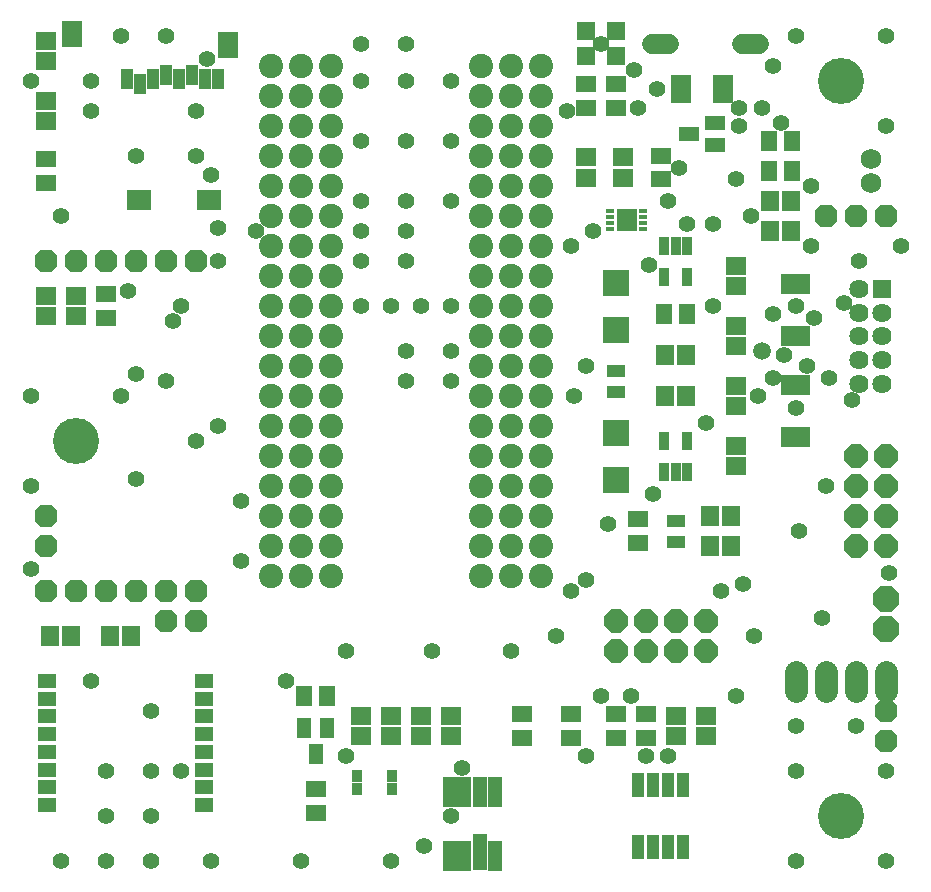
<source format=gts>
G75*
%MOIN*%
%OFA0B0*%
%FSLAX25Y25*%
%IPPOS*%
%LPD*%
%AMOC8*
5,1,8,0,0,1.08239X$1,22.5*
%
%ADD10R,0.06318X0.07106*%
%ADD11R,0.03365X0.05924*%
%ADD12R,0.05924X0.04350*%
%ADD13R,0.05924X0.05924*%
%ADD14R,0.06712X0.05137*%
%ADD15R,0.05531X0.06712*%
%ADD16R,0.06712X0.05531*%
%ADD17C,0.06800*%
%ADD18OC8,0.07600*%
%ADD19R,0.02300X0.06800*%
%ADD20R,0.07106X0.06318*%
%ADD21R,0.06400X0.06400*%
%ADD22C,0.06400*%
%ADD23R,0.04350X0.08300*%
%ADD24C,0.06800*%
%ADD25R,0.05137X0.06712*%
%ADD26OC8,0.07800*%
%ADD27C,0.15373*%
%ADD28OC8,0.08800*%
%ADD29R,0.05924X0.04743*%
%ADD30C,0.08100*%
%ADD31R,0.04743X0.10058*%
%ADD32R,0.04743X0.12224*%
%ADD33R,0.07106X0.09468*%
%ADD34R,0.09074X0.09074*%
%ADD35C,0.07600*%
%ADD36R,0.03562X0.04350*%
%ADD37R,0.06712X0.08680*%
%ADD38R,0.08287X0.06712*%
%ADD39R,0.03956X0.07106*%
%ADD40R,0.03150X0.01181*%
%ADD41R,0.06811X0.07402*%
%ADD42C,0.05956*%
%ADD43C,0.05562*%
D10*
X0034987Y0140000D03*
X0041680Y0140000D03*
X0054987Y0140000D03*
X0061680Y0140000D03*
X0239987Y0220000D03*
X0246680Y0220000D03*
X0246680Y0233750D03*
X0239987Y0233750D03*
X0274987Y0275000D03*
X0281680Y0275000D03*
X0281680Y0285000D03*
X0274987Y0285000D03*
X0261680Y0180000D03*
X0254987Y0180000D03*
X0254987Y0170000D03*
X0261680Y0170000D03*
D11*
X0247073Y0194881D03*
X0243333Y0194881D03*
X0239593Y0194881D03*
X0239593Y0205119D03*
X0247073Y0205119D03*
X0247073Y0259881D03*
X0239593Y0259881D03*
X0239593Y0270119D03*
X0243333Y0270119D03*
X0247073Y0270119D03*
D12*
X0223333Y0228543D03*
X0223333Y0221457D03*
X0243333Y0178543D03*
X0243333Y0171457D03*
D13*
X0223333Y0333366D03*
X0223333Y0341634D03*
X0213333Y0341634D03*
X0213333Y0333366D03*
D14*
X0247753Y0307500D03*
X0256414Y0311240D03*
X0256414Y0303760D03*
D15*
X0274396Y0305000D03*
X0282270Y0305000D03*
X0282270Y0295000D03*
X0274396Y0295000D03*
X0247270Y0247500D03*
X0239396Y0247500D03*
X0127270Y0120000D03*
X0119396Y0120000D03*
D16*
X0123333Y0088937D03*
X0123333Y0081063D03*
X0192083Y0106063D03*
X0192083Y0113937D03*
X0208333Y0113937D03*
X0208333Y0106063D03*
X0223333Y0106063D03*
X0223333Y0113937D03*
X0233333Y0113937D03*
X0233333Y0106063D03*
X0230833Y0171063D03*
X0230833Y0178937D03*
X0238333Y0292313D03*
X0238333Y0300187D03*
X0223333Y0316063D03*
X0223333Y0323937D03*
X0213333Y0323937D03*
X0213333Y0316063D03*
X0053333Y0253937D03*
X0053333Y0246063D03*
X0033333Y0291063D03*
X0033333Y0298937D03*
D17*
X0235533Y0337500D02*
X0241133Y0337500D01*
X0265533Y0337500D02*
X0271133Y0337500D01*
D18*
X0293333Y0280000D03*
X0303333Y0280000D03*
X0313333Y0280000D03*
X0313333Y0115000D03*
X0313333Y0105000D03*
X0083333Y0145000D03*
X0073333Y0145000D03*
X0073333Y0155000D03*
X0083333Y0155000D03*
X0063333Y0155000D03*
X0053333Y0155000D03*
X0043333Y0155000D03*
X0033333Y0155000D03*
X0033333Y0170000D03*
X0033333Y0180000D03*
X0033333Y0265000D03*
X0043333Y0265000D03*
X0053333Y0265000D03*
X0063333Y0265000D03*
X0073333Y0265000D03*
X0083333Y0265000D03*
D19*
X0279433Y0257350D03*
X0281333Y0257350D03*
X0283333Y0257350D03*
X0285333Y0257350D03*
X0287233Y0257350D03*
X0287233Y0240150D03*
X0285333Y0240150D03*
X0283333Y0240150D03*
X0281333Y0240150D03*
X0279433Y0240150D03*
X0279433Y0223600D03*
X0281333Y0223600D03*
X0283333Y0223600D03*
X0285333Y0223600D03*
X0287233Y0223600D03*
X0287233Y0206400D03*
X0285333Y0206400D03*
X0283333Y0206400D03*
X0281333Y0206400D03*
X0279433Y0206400D03*
D20*
X0263333Y0203346D03*
X0263333Y0196654D03*
X0263333Y0216654D03*
X0263333Y0223346D03*
X0263333Y0236654D03*
X0263333Y0243346D03*
X0263333Y0256654D03*
X0263333Y0263346D03*
X0225833Y0292904D03*
X0225833Y0299596D03*
X0213333Y0299596D03*
X0213333Y0292904D03*
X0043333Y0253346D03*
X0043333Y0246654D03*
X0033333Y0246654D03*
X0033333Y0253346D03*
X0033333Y0311654D03*
X0033333Y0318346D03*
X0033333Y0331654D03*
X0033333Y0338346D03*
X0138333Y0113346D03*
X0138333Y0106654D03*
X0148333Y0106654D03*
X0148333Y0113346D03*
X0158333Y0113346D03*
X0158333Y0106654D03*
X0168333Y0106654D03*
X0168333Y0113346D03*
X0243333Y0113346D03*
X0243333Y0106654D03*
X0253333Y0106654D03*
X0253333Y0113346D03*
D21*
X0312270Y0255748D03*
D22*
X0304396Y0255748D03*
X0304396Y0247874D03*
X0304396Y0240000D03*
X0304396Y0232126D03*
X0304396Y0224252D03*
X0312270Y0224252D03*
X0312270Y0232126D03*
X0312270Y0240000D03*
X0312270Y0247874D03*
D23*
X0245833Y0090400D03*
X0240833Y0090400D03*
X0235833Y0090400D03*
X0230833Y0090400D03*
X0230833Y0069600D03*
X0235833Y0069600D03*
X0240833Y0069600D03*
X0245833Y0069600D03*
D24*
X0308333Y0291063D03*
X0308333Y0298937D03*
D25*
X0127073Y0109331D03*
X0119593Y0109331D03*
X0123333Y0100669D03*
D26*
X0223333Y0135000D03*
X0223333Y0145000D03*
X0233333Y0145000D03*
X0243333Y0145000D03*
X0253333Y0145000D03*
X0253333Y0135000D03*
X0243333Y0135000D03*
X0233333Y0135000D03*
X0303333Y0170000D03*
X0313333Y0170000D03*
X0313333Y0180000D03*
X0303333Y0180000D03*
X0303333Y0190000D03*
X0313333Y0190000D03*
X0313333Y0200000D03*
X0303333Y0200000D03*
D27*
X0298333Y0080000D03*
X0043333Y0205000D03*
X0298333Y0325000D03*
D28*
X0313333Y0152500D03*
X0313333Y0142500D03*
D29*
X0086199Y0125079D03*
X0086199Y0119173D03*
X0086199Y0113268D03*
X0086199Y0107362D03*
X0086199Y0101457D03*
X0086199Y0095551D03*
X0086199Y0089646D03*
X0086199Y0083740D03*
X0033774Y0083740D03*
X0033774Y0089646D03*
X0033774Y0095551D03*
X0033774Y0101457D03*
X0033774Y0107362D03*
X0033774Y0113268D03*
X0033774Y0119173D03*
X0033774Y0125079D03*
D30*
X0108333Y0160000D03*
X0118333Y0160000D03*
X0128333Y0160000D03*
X0128333Y0170000D03*
X0118333Y0170000D03*
X0108333Y0170000D03*
X0108333Y0180000D03*
X0108333Y0190000D03*
X0118333Y0190000D03*
X0118333Y0180000D03*
X0128333Y0180000D03*
X0128333Y0190000D03*
X0128333Y0200000D03*
X0118333Y0200000D03*
X0108333Y0200000D03*
X0108333Y0210000D03*
X0118333Y0210000D03*
X0128333Y0210000D03*
X0128333Y0220000D03*
X0118333Y0220000D03*
X0108333Y0220000D03*
X0108333Y0230000D03*
X0118333Y0230000D03*
X0128333Y0230000D03*
X0128333Y0240000D03*
X0118333Y0240000D03*
X0108333Y0240000D03*
X0108333Y0250000D03*
X0118333Y0250000D03*
X0128333Y0250000D03*
X0128333Y0260000D03*
X0118333Y0260000D03*
X0108333Y0260000D03*
X0108333Y0270000D03*
X0118333Y0270000D03*
X0128333Y0270000D03*
X0128333Y0280000D03*
X0118333Y0280000D03*
X0108333Y0280000D03*
X0108333Y0290000D03*
X0108333Y0300000D03*
X0118333Y0300000D03*
X0118333Y0290000D03*
X0128333Y0290000D03*
X0128333Y0300000D03*
X0128333Y0310000D03*
X0118333Y0310000D03*
X0108333Y0310000D03*
X0108333Y0320000D03*
X0118333Y0320000D03*
X0128333Y0320000D03*
X0128333Y0330000D03*
X0118333Y0330000D03*
X0108333Y0330000D03*
X0178333Y0330000D03*
X0188333Y0330000D03*
X0188333Y0320000D03*
X0178333Y0320000D03*
X0178333Y0310000D03*
X0188333Y0310000D03*
X0188333Y0300000D03*
X0178333Y0300000D03*
X0178333Y0290000D03*
X0188333Y0290000D03*
X0188333Y0280000D03*
X0178333Y0280000D03*
X0178333Y0270000D03*
X0178333Y0260000D03*
X0188333Y0260000D03*
X0188333Y0270000D03*
X0198333Y0270000D03*
X0198333Y0260000D03*
X0198333Y0250000D03*
X0188333Y0250000D03*
X0178333Y0250000D03*
X0178333Y0240000D03*
X0188333Y0240000D03*
X0188333Y0230000D03*
X0178333Y0230000D03*
X0178333Y0220000D03*
X0188333Y0220000D03*
X0188333Y0210000D03*
X0178333Y0210000D03*
X0178333Y0200000D03*
X0188333Y0200000D03*
X0188333Y0190000D03*
X0178333Y0190000D03*
X0178333Y0180000D03*
X0188333Y0180000D03*
X0188333Y0170000D03*
X0178333Y0170000D03*
X0178333Y0160000D03*
X0188333Y0160000D03*
X0198333Y0160000D03*
X0198333Y0170000D03*
X0198333Y0180000D03*
X0198333Y0190000D03*
X0198333Y0200000D03*
X0198333Y0210000D03*
X0198333Y0220000D03*
X0198333Y0230000D03*
X0198333Y0240000D03*
X0198333Y0280000D03*
X0198333Y0290000D03*
X0198333Y0300000D03*
X0198333Y0310000D03*
X0198333Y0320000D03*
X0198333Y0330000D03*
D31*
X0183018Y0087933D03*
X0178097Y0087933D03*
X0172979Y0087933D03*
X0168058Y0087933D03*
X0168058Y0066870D03*
X0172979Y0066870D03*
X0183018Y0066870D03*
D32*
X0178097Y0067953D03*
D33*
X0244997Y0322500D03*
X0259170Y0322500D03*
D34*
X0223333Y0257874D03*
X0223333Y0242126D03*
X0223333Y0207874D03*
X0223333Y0192126D03*
D35*
X0283333Y0128200D02*
X0283333Y0121800D01*
X0293333Y0121800D02*
X0293333Y0128200D01*
X0303333Y0128200D02*
X0303333Y0121800D01*
X0313333Y0121800D02*
X0313333Y0128200D01*
D36*
X0148825Y0093406D03*
X0148825Y0089075D03*
X0137014Y0089075D03*
X0137014Y0093406D03*
D37*
X0094259Y0337057D03*
X0042290Y0340600D03*
D38*
X0064337Y0285482D03*
X0087959Y0285482D03*
D39*
X0086385Y0325640D03*
X0090715Y0325640D03*
X0082054Y0327215D03*
X0077723Y0325640D03*
X0073392Y0327215D03*
X0069062Y0325640D03*
X0064731Y0324065D03*
X0060400Y0325640D03*
D40*
X0221572Y0281703D03*
X0221572Y0281703D03*
X0221572Y0279734D03*
X0221572Y0277766D03*
X0221572Y0275797D03*
X0232595Y0275797D03*
X0232595Y0277766D03*
X0232595Y0279734D03*
X0232595Y0281703D03*
D41*
X0227083Y0278750D03*
D42*
X0272083Y0235000D03*
D43*
X0038333Y0065000D03*
X0053333Y0065000D03*
X0068333Y0065000D03*
X0068333Y0080000D03*
X0053333Y0080000D03*
X0053333Y0095000D03*
X0068333Y0095000D03*
X0078333Y0095000D03*
X0068333Y0115000D03*
X0048333Y0125000D03*
X0028333Y0162500D03*
X0028333Y0190000D03*
X0063333Y0192500D03*
X0083333Y0205000D03*
X0090833Y0210000D03*
X0073333Y0225000D03*
X0063333Y0227500D03*
X0058333Y0220000D03*
X0075833Y0245000D03*
X0078333Y0250000D03*
X0060833Y0255000D03*
X0090833Y0265000D03*
X0090833Y0276250D03*
X0103333Y0275000D03*
X0088333Y0293750D03*
X0083333Y0300000D03*
X0083333Y0315000D03*
X0087083Y0332500D03*
X0073333Y0340000D03*
X0058333Y0340000D03*
X0048333Y0325000D03*
X0048333Y0315000D03*
X0063333Y0300000D03*
X0038333Y0280000D03*
X0028333Y0325000D03*
X0138333Y0325000D03*
X0153333Y0325000D03*
X0153333Y0337500D03*
X0138333Y0337500D03*
X0168333Y0325000D03*
X0168333Y0305000D03*
X0153333Y0305000D03*
X0138333Y0305000D03*
X0138333Y0285000D03*
X0138333Y0275000D03*
X0138333Y0265000D03*
X0153333Y0265000D03*
X0153333Y0275000D03*
X0153333Y0285000D03*
X0168333Y0285000D03*
X0168333Y0250000D03*
X0158333Y0250000D03*
X0148333Y0250000D03*
X0138333Y0250000D03*
X0153333Y0235000D03*
X0153333Y0225000D03*
X0168333Y0225000D03*
X0168333Y0235000D03*
X0209583Y0220000D03*
X0213333Y0230000D03*
X0253333Y0211250D03*
X0270833Y0220000D03*
X0275833Y0226250D03*
X0279583Y0233750D03*
X0287083Y0230000D03*
X0294583Y0226250D03*
X0302083Y0218750D03*
X0283333Y0216250D03*
X0293333Y0190000D03*
X0284583Y0175000D03*
X0265833Y0157500D03*
X0258333Y0155000D03*
X0269583Y0140000D03*
X0292083Y0146250D03*
X0314583Y0161250D03*
X0263333Y0120000D03*
X0283333Y0110000D03*
X0283333Y0095000D03*
X0303333Y0110000D03*
X0313333Y0095000D03*
X0313333Y0065000D03*
X0283333Y0065000D03*
X0240833Y0100000D03*
X0233333Y0100000D03*
X0213333Y0100000D03*
X0218333Y0120000D03*
X0228333Y0120000D03*
X0203333Y0140000D03*
X0188333Y0135000D03*
X0162083Y0135000D03*
X0133333Y0135000D03*
X0113333Y0125000D03*
X0133333Y0100000D03*
X0159583Y0070000D03*
X0168333Y0080000D03*
X0172083Y0096250D03*
X0148333Y0065000D03*
X0118333Y0065000D03*
X0088333Y0065000D03*
X0098333Y0165000D03*
X0098333Y0185000D03*
X0028333Y0220000D03*
X0208333Y0270000D03*
X0215833Y0275000D03*
X0234583Y0263750D03*
X0247083Y0277500D03*
X0255833Y0277500D03*
X0268333Y0280000D03*
X0263333Y0292500D03*
X0264583Y0310000D03*
X0264583Y0316250D03*
X0272083Y0316250D03*
X0278333Y0311250D03*
X0275833Y0330000D03*
X0283333Y0340000D03*
X0313333Y0340000D03*
X0313333Y0310000D03*
X0288333Y0290000D03*
X0288333Y0270000D03*
X0304583Y0265000D03*
X0299583Y0251250D03*
X0289583Y0246250D03*
X0283333Y0250000D03*
X0275833Y0247500D03*
X0255833Y0250000D03*
X0240833Y0285000D03*
X0244583Y0296250D03*
X0230833Y0316250D03*
X0237083Y0322500D03*
X0229583Y0328750D03*
X0218333Y0337500D03*
X0207083Y0315000D03*
X0318333Y0270000D03*
X0235833Y0187500D03*
X0220833Y0177500D03*
X0213333Y0158750D03*
X0208333Y0155000D03*
M02*

</source>
